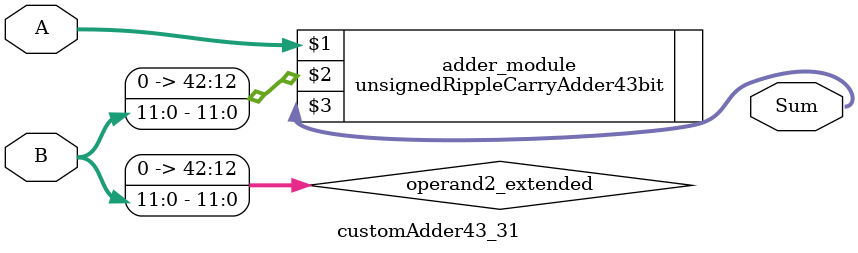
<source format=v>
module customAdder43_31(
                        input [42 : 0] A,
                        input [11 : 0] B,
                        
                        output [43 : 0] Sum
                );

        wire [42 : 0] operand2_extended;
        
        assign operand2_extended =  {31'b0, B};
        
        unsignedRippleCarryAdder43bit adder_module(
            A,
            operand2_extended,
            Sum
        );
        
        endmodule
        
</source>
